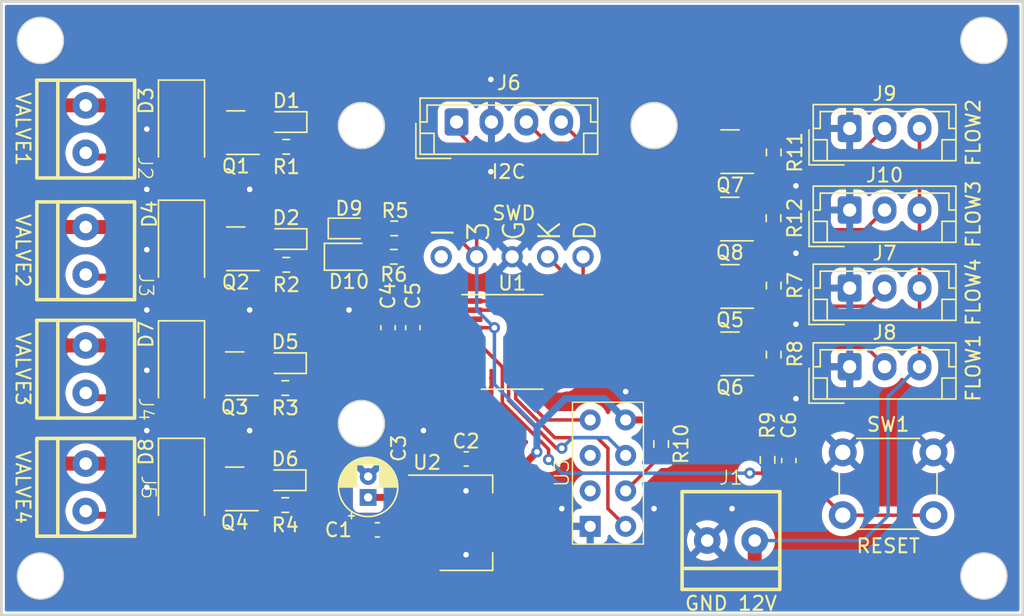
<source format=kicad_pcb>
(kicad_pcb (version 20221018) (generator pcbnew)
  (title_block (title "AutoIrrigator") (date "2025-04-06") (rev "1"))
  (layers (0 "F.Cu" signal) (31 "B.Cu" signal) (34 "B.Paste" user) (35 "F.Paste" user) (36 "B.SilkS" user "B.Silkscreen") (37 "F.SilkS" user "F.Silkscreen") (38 "B.Mask" user) (39 "F.Mask" user) (44 "Edge.Cuts" user))
  (net 0 "")
  (net 1 "+3V3")
  (net 2 "GND")
  (net 3 "STMNRST")
  (net 4 "Net-(D1-A)")
  (net 5 "+12V")
  (net 6 "Net-(D2-A)")
  (net 7 "Net-(D3-A)")
  (net 8 "Net-(D4-A)")
  (net 9 "Net-(D5-A)")
  (net 10 "SDA")
  (net 11 "SCL")
  (net 13 "SWCLK")
  (net 14 "SWDIO")
  (net 15 "STATUS")
  (net 16 "VALVE1")
  (net 17 "VALVE2")
  (net 18 "VALVE3")
  (net 19 "VALVE4")
  (net 20 "ESPTX")
  (net 21 "ESPNRST")
  (net 22 "FLOW1")
  (net 24 "FLOW4")
  (net 25 "FLOW3")
  (net 26 "FLOW2")
  (net 27 "ESPRX")
  (net 28 "Net-(J7-Pin_2)")
  (net 29 "Net-(J8-Pin_2)")
  (net 30 "Net-(J9-Pin_2)")
  (net 31 "Net-(J10-Pin_2)")
  (net 32 "Net-(D6-A)")
  (net 33 "Net-(D7-A)")
  (net 34 "Net-(D8-A)")
  (net 35 "Net-(D9-A)")
  (net 36 "Net-(D10-A)")
  (net 37 "Net-(U3-EN)")
  (footprint "Connector_JST:JST_EH_B3B-EH-A_1x03_P2.50mm_Vertical" (layer "F.Cu") (at 193.588 78.694)
    (fp_text reference "J7" (at 2.5 -2.494) (layer "F.SilkS"))
    (fp_text value "FLOW4" (at 8.85 0.3 90) (layer "F.SilkS"))
    (pad "1" thru_hole roundrect (at 0 0) (size 1.7 1.95) (drill 0.95) (layers "*.Cu" "*.Mask") (roundrect_rratio 0.1470588235) (net 2 "GND"))
    (pad "2" thru_hole oval (at 2.5 0) (size 1.7 1.95) (drill 0.95) (layers "*.Cu" "*.Mask") (net 28 "Net-(J7-Pin_2)"))
    (pad "3" thru_hole oval (at 5 0) (size 1.7 1.95) (drill 0.95) (layers "*.Cu" "*.Mask") (net 5 "+12V"))
  )
  (footprint "Diode_SMD:D_SMA" (layer "F.Cu") (at 145.7385 75.914 -90)
    (fp_text reference "D4" (at -2.508 2.286 90) (layer "F.SilkS"))
    (fp_text value "D" hide)
    (pad "1" smd roundrect (at -2 0 270) (size 2.5 1.8) (layers "F.Cu" "F.Paste" "F.Mask") (roundrect_rratio 0.1388888889) (net 5 "+12V"))
    (pad "2" smd roundrect (at 2 0 270) (size 2.5 1.8) (layers "F.Cu" "F.Paste" "F.Mask") (roundrect_rratio 0.1388888889) (net 8 "Net-(D4-A)"))
  )
  (footprint "power_symbols:screw_2p_small" (layer "F.Cu") (at 142.8805 67.31 -90)
    (fp_text reference "J2" (at 2.794 -0.254 -90 unlocked) (layer "F.SilkS") (effects (font (thickness 0.1))))
    (fp_text value "VALVE1" (at 0 8.5 -90 unlocked) (layer "F.SilkS"))
    (pad "1" thru_hole circle (at -1.7 4 270) (size 1.905 1.905) (drill 0.9) (layers "*.Cu" "*.Mask") (net 5 "+12V"))
    (pad "2" thru_hole circle (at 1.7 4 270) (size 1.905 1.905) (drill 0.9) (layers "*.Cu" "*.Mask") (net 7 "Net-(D3-A)"))
  )
  (footprint "power_symbols:stm_headers" (layer "F.Cu") (at 164.338 76.454 90)
    (fp_text reference "P1" hide)
    (fp_text value "~" hide)
    (fp_text user "G" (at 1.016 6.096 90 unlocked) (layer "F.SilkS") (effects (font (size 1.5 1.5) (thickness 0.153)) (justify left bottom)))
    (fp_text user "D" (at 1.016 11.176 90 unlocked) (layer "F.SilkS") (effects (font (size 1.5 1.5) (thickness 0.153)) (justify left bottom)))
    (fp_text user "K" (at 1.016 8.636 90 unlocked) (layer "F.SilkS") (effects (font (size 1.5 1.5) (thickness 0.153) bold) (justify left bottom)))
    (fp_text user "I" (at 1.27 1.016 90 unlocked) (layer "F.SilkS") (effects (font (size 1.5 1.5) (thickness 0.153)) (justify left bottom)))
    (fp_text user "3" (at 1.016 3.556 90 unlocked) (layer "F.SilkS") (effects (font (size 1.5 1.5) (thickness 0.153)) (justify left bottom)))
    (pad "1" thru_hole circle (at 0 0 90) (size 1.524 1.524) (drill 0.95) (layers "*.Cu" "*.Mask"))
    (pad "2" thru_hole circle (at 0 2.54 90) (size 1.524 1.524) (drill 0.95) (layers "*.Cu" "*.Mask") (net 1 "+3V3"))
    (pad "3" thru_hole circle (at 0 5.08 90) (size 1.524 1.524) (drill 0.95) (layers "*.Cu" "*.Mask") (net 2 "GND"))
    (pad "4" thru_hole circle (at 0 7.62 90) (size 1.524 1.524) (drill 0.95) (layers "*.Cu" "*.Mask") (net 13 "SWCLK"))
    (pad "5" thru_hole circle (at 0 10.16 90) (size 1.524 1.524) (drill 0.95) (layers "*.Cu" "*.Mask") (net 14 "SWDIO"))
  )
  (footprint "Connector_JST:JST_EH_B3B-EH-A_1x03_P2.50mm_Vertical" (layer "F.Cu") (at 193.588 84.328)
    (fp_text reference "J8" (at 2.5 -2.448) (layer "F.SilkS"))
    (fp_text value "FLOW1" (at 8.85 0.092 90) (layer "F.SilkS"))
    (pad "1" thru_hole roundrect (at 0 0) (size 1.7 1.95) (drill 0.95) (layers "*.Cu" "*.Mask") (roundrect_rratio 0.1470588235) (net 2 "GND"))
    (pad "2" thru_hole oval (at 2.5 0) (size 1.7 1.95) (drill 0.95) (layers "*.Cu" "*.Mask") (net 29 "Net-(J8-Pin_2)"))
    (pad "3" thru_hole oval (at 5 0) (size 1.7 1.95) (drill 0.95) (layers "*.Cu" "*.Mask") (net 5 "+12V"))
  )
  (footprint "Capacitor_SMD:C_0603_1608Metric" (layer "F.Cu") (at 189.23 91.045 90)
    (fp_text reference "C6" (at 2.527 0 90) (layer "F.SilkS"))
    (fp_text value "100nF" hide)
    (pad "1" smd roundrect (at -0.775 0 90) (size 0.9 0.95) (layers "F.Cu" "F.Paste" "F.Mask") (net 3 "STMNRST"))
    (pad "2" smd roundrect (at 0.775 0 90) (size 0.9 0.95) (layers "F.Cu" "F.Paste" "F.Mask") (net 2 "GND"))
  )
  (footprint "power_symbols:screw_2p_small" (layer "F.Cu") (at 142.8805 84.504 -90)
    (fp_text reference "J4" (at 2.872 -0.318 -90 unlocked) (layer "F.SilkS") (effects (font (thickness 0.1))))
    (fp_text value "VALVE3" (at 0 8.5 -90 unlocked) (layer "F.SilkS"))
    (pad "1" thru_hole circle (at -1.7 4 270) (size 1.905 1.905) (drill 0.9) (layers "*.Cu" "*.Mask") (net 5 "+12V"))
    (pad "2" thru_hole circle (at 1.7 4 270) (size 1.905 1.905) (drill 0.9) (layers "*.Cu" "*.Mask") (net 33 "Net-(D7-A)"))
  )
  (footprint "Resistor_SMD:R_0603_1608Metric" (layer "F.Cu") (at 153.246 77.028 180)
    (fp_text reference "R2" (at 0 -1.43) (layer "F.SilkS"))
    (fp_text value "1K" hide)
    (pad "1" smd roundrect (at -0.825 0 180) (size 0.8 0.95) (layers "F.Cu" "F.Paste" "F.Mask") (net 17 "VALVE2"))
    (pad "2" smd roundrect (at 0.825 0 180) (size 0.8 0.95) (layers "F.Cu" "F.Paste" "F.Mask") (net 6 "Net-(D2-A)"))
  )
  (footprint "Connector_JST:JST_EH_B4B-EH-A_1x04_P2.50mm_Vertical" (layer "F.Cu") (at 165.434 66.802)
    (fp_text reference "J6" (at 3.75 -2.8) (layer "F.SilkS"))
    (fp_text value "I2C1" hide)
    (fp_text user "I2C" (at 3.73 3.556) (layer "F.SilkS"))
    (pad "1" thru_hole roundrect (at 0 0) (size 1.7 1.95) (drill 0.95) (layers "*.Cu" "*.Mask") (roundrect_rratio 0.1470588235) (net 1 "+3V3"))
    (pad "2" thru_hole oval (at 2.5 0) (size 1.7 1.95) (drill 0.95) (layers "*.Cu" "*.Mask") (net 2 "GND"))
    (pad "3" thru_hole oval (at 5 0) (size 1.7 1.95) (drill 0.95) (layers "*.Cu" "*.Mask") (net 10 "SDA"))
    (pad "4" thru_hole oval (at 7.5 0) (size 1.7 1.95) (drill 0.95) (layers "*.Cu" "*.Mask") (net 11 "SCL"))
  )
  (footprint "LED_SMD:LED_0603_1608Metric" (layer "F.Cu") (at 153.162 92.456 180)
    (fp_text reference "D6" (at 0 1.524) (layer "F.SilkS"))
    (fp_text value "LED" hide)
    (pad "1" smd roundrect (at -0.7875 0 180) (size 0.875 0.95) (layers "F.Cu" "F.Paste" "F.Mask") (net 2 "GND"))
    (pad "2" smd roundrect (at 0.7875 0 180) (size 0.875 0.95) (layers "F.Cu" "F.Paste" "F.Mask") (net 32 "Net-(D6-A)"))
  )
  (footprint "Resistor_SMD:R_0603_1608Metric" (layer "F.Cu") (at 153.17 85.852 180)
    (fp_text reference "R3" (at 0 -1.43) (layer "F.SilkS"))
    (fp_text value "1K" hide)
    (pad "1" smd roundrect (at -0.825 0 180) (size 0.8 0.95) (layers "F.Cu" "F.Paste" "F.Mask") (net 18 "VALVE3"))
    (pad "2" smd roundrect (at 0.825 0 180) (size 0.8 0.95) (layers "F.Cu" "F.Paste" "F.Mask") (net 9 "Net-(D5-A)"))
  )
  (footprint "Package_TO_SOT_SMD:SOT-23" (layer "F.Cu") (at 149.627 67.564 180)
    (fp_text reference "Q1" (at 0 -2.4) (layer "F.SilkS"))
    (fp_text value "AO3400A" hide)
    (pad "1" smd roundrect (at -0.9375 -0.95 180) (size 1.475 0.6) (layers "F.Cu" "F.Paste" "F.Mask") (net 4 "Net-(D1-A)"))
    (pad "2" smd roundrect (at -0.9375 0.95 180) (size 1.475 0.6) (layers "F.Cu" "F.Paste" "F.Mask") (net 2 "GND"))
    (pad "3" smd roundrect (at 0.9375 0 180) (size 1.475 0.6) (layers "F.Cu" "F.Paste" "F.Mask") (net 7 "Net-(D3-A)"))
  )
  (footprint "power_symbols:screw_2p_small" (layer "F.Cu") (at 185.088 92.774)
    (fp_text reference "J1" (at 0 -0.5 unlocked) (layer "F.SilkS") (effects (font (thickness 0.1))))
    (fp_text value "GND 12V" (at 0 8.5 unlocked) (layer "F.SilkS"))
    (pad "1" thru_hole circle (at -1.7 4) (size 1.905 1.905) (drill 0.9) (layers "*.Cu" "*.Mask") (net 2 "GND"))
    (pad "2" thru_hole circle (at 1.7 4) (size 1.905 1.905) (drill 0.9) (layers "*.Cu" "*.Mask") (net 5 "+12V"))
  )
  (footprint "Package_SO:TSSOP-20_4.4x6.5mm_P0.65mm" (layer "F.Cu") (at 169.418 82.55)
    (fp_text reference "U1" (at 0 -4.2) (layer "F.SilkS"))
    (fp_text value "STM32G030F6Px" hide)
    (pad "1" smd roundrect (at -2.8625 -2.925) (size 1.475 0.4) (layers "F.Cu" "F.Paste" "F.Mask") (net 20 "ESPTX"))
    (pad "2" smd roundrect (at -2.8625 -2.275) (size 1.475 0.4) (layers "F.Cu" "F.Paste" "F.Mask") (net 21 "ESPNRST"))
    (pad "3" smd roundrect (at -2.8625 -1.625) (size 1.475 0.4) (layers "F.Cu" "F.Paste" "F.Mask") (net 15 "STATUS"))
    (pad "4" smd roundrect (at -2.8625 -0.975) (size 1.475 0.4) (layers "F.Cu" "F.Paste" "F.Mask") (net 1 "+3V3"))
    (pad "5" smd roundrect (at -2.8625 -0.325) (size 1.475 0.4) (layers "F.Cu" "F.Paste" "F.Mask") (net 2 "GND"))
    (pad "6" smd roundrect (at -2.8625 0.325) (size 1.475 0.4) (layers "F.Cu" "F.Paste" "F.Mask") (net 3 "STMNRST"))
    (pad "7" smd roundrect (at -2.8625 0.975) (size 1.475 0.4) (layers "F.Cu" "F.Paste" "F.Mask") (net 16 "VALVE1"))
    (pad "8" smd roundrect (at -2.8625 1.625) (size 1.475 0.4) (layers "F.Cu" "F.Paste" "F.Mask") (net 17 "VALVE2"))
    (pad "9" smd roundrect (at -2.8625 2.275) (size 1.475 0.4) (layers "F.Cu" "F.Paste" "F.Mask") (net 18 "VALVE3"))
    (pad "10" smd roundrect (at -2.8625 2.925) (size 1.475 0.4) (layers "F.Cu" "F.Paste" "F.Mask") (net 19 "VALVE4"))
    (pad "11" smd roundrect (at 2.8625 2.925) (size 1.475 0.4) (layers "F.Cu" "F.Paste" "F.Mask") (net 22 "FLOW1"))
    (pad "12" smd roundrect (at 2.8625 2.275) (size 1.475 0.4) (layers "F.Cu" "F.Paste" "F.Mask"))
    (pad "13" smd roundrect (at 2.8625 1.625) (size 1.475 0.4) (layers "F.Cu" "F.Paste" "F.Mask") (net 24 "FLOW4"))
    (pad "14" smd roundrect (at 2.8625 0.975) (size 1.475 0.4) (layers "F.Cu" "F.Paste" "F.Mask") (net 25 "FLOW3"))
    (pad "15" smd roundrect (at 2.8625 0.325) (size 1.475 0.4) (layers "F.Cu" "F.Paste" "F.Mask") (net 26 "FLOW2"))
    (pad "16" smd roundrect (at 2.8625 -0.325) (size 1.475 0.4) (layers "F.Cu" "F.Paste" "F.Mask") (net 11 "SCL"))
    (pad "17" smd roundrect (at 2.8625 -0.975) (size 1.475 0.4) (layers "F.Cu" "F.Paste" "F.Mask") (net 10 "SDA"))
    (pad "18" smd roundrect (at 2.8625 -1.625) (size 1.475 0.4) (layers "F.Cu" "F.Paste" "F.Mask") (net 14 "SWDIO"))
    (pad "19" smd roundrect (at 2.8625 -2.275) (size 1.475 0.4) (layers "F.Cu" "F.Paste" "F.Mask") (net 13 "SWCLK"))
    (pad "20" smd roundrect (at 2.8625 -2.925) (size 1.475 0.4) (layers "F.Cu" "F.Paste" "F.Mask") (net 27 "ESPRX"))
  )
  (footprint "Diode_SMD:D_SMA" (layer "F.Cu") (at 145.7385 67.31 -90)
    (fp_text reference "D3" (at -2.032 2.54 90) (layer "F.SilkS"))
    (fp_text value "D" hide)
    (pad "1" smd roundrect (at -2 0 270) (size 2.5 1.8) (layers "F.Cu" "F.Paste" "F.Mask") (roundrect_rratio 0.1388888889) (net 5 "+12V"))
    (pad "2" smd roundrect (at 2 0 270) (size 2.5 1.8) (layers "F.Cu" "F.Paste" "F.Mask") (roundrect_rratio 0.1388888889) (net 7 "Net-(D3-A)"))
  )
  (footprint "Resistor_SMD:R_0603_1608Metric" (layer "F.Cu") (at 153.246 68.58 180)
    (fp_text reference "R1" (at 0 -1.43) (layer "F.SilkS"))
    (fp_text value "1K" hide)
    (pad "1" smd roundrect (at -0.825 0 180) (size 0.8 0.95) (layers "F.Cu" "F.Paste" "F.Mask") (net 16 "VALVE1"))
    (pad "2" smd roundrect (at 0.825 0 180) (size 0.8 0.95) (layers "F.Cu" "F.Paste" "F.Mask") (net 4 "Net-(D1-A)"))
  )
  (footprint "Connector_JST:JST_EH_B3B-EH-A_1x03_P2.50mm_Vertical" (layer "F.Cu") (at 193.588 67.264)
    (fp_text reference "J9" (at 2.5 -2.494) (layer "F.SilkS"))
    (fp_text value "FLOW2" (at 8.85 0.3 -90) (layer "F.SilkS"))
    (pad "1" thru_hole roundrect (at 0 0) (size 1.7 1.95) (drill 0.95) (layers "*.Cu" "*.Mask") (roundrect_rratio 0.1470588235) (net 2 "GND"))
    (pad "2" thru_hole oval (at 2.5 0) (size 1.7 1.95) (drill 0.95) (layers "*.Cu" "*.Mask") (net 30 "Net-(J9-Pin_2)"))
    (pad "3" thru_hole oval (at 5 0) (size 1.7 1.95) (drill 0.95) (layers "*.Cu" "*.Mask") (net 5 "+12V"))
  )
  (footprint "Resistor_SMD:R_0603_1608Metric" (layer "F.Cu") (at 188.1325 73.689 90)
    (fp_text reference "R12" (at 0 1.524 90) (layer "F.SilkS"))
    (fp_text value "10K" hide)
    (pad "1" smd roundrect (at -0.825 0 90) (size 0.8 0.95) (layers "F.Cu" "F.Paste" "F.Mask") (net 31 "Net-(J10-Pin_2)"))
    (pad "2" smd roundrect (at 0.825 0 90) (size 0.8 0.95) (layers "F.Cu" "F.Paste" "F.Mask") (net 2 "GND"))
  )
  (footprint "power_symbols:screw_2p_small" (layer "F.Cu") (at 142.8805 92.964 -90)
    (fp_text reference "J5" (at 0 -0.5 -90 unlocked) (layer "F.SilkS") (effects (font (thickness 0.1))))
    (fp_text value "VALVE4" (at 0 8.5 -90 unlocked) (layer "F.SilkS"))
    (pad "1" thru_hole circle (at -1.7 4 270) (size 1.905 1.905) (drill 0.9) (layers "*.Cu" "*.Mask") (net 5 "+12V"))
    (pad "2" thru_hole circle (at 1.7 4 270) (size 1.905 1.905) (drill 0.9) (layers "*.Cu" "*.Mask") (net 34 "Net-(D8-A)"))
  )
  (footprint "Diode_SMD:D_SMA" (layer "F.Cu") (at 145.7385 92.964 -90)
    (fp_text reference "D8" (at -2.54 2.54 90) (layer "F.SilkS"))
    (fp_text value "D" hide)
    (pad "1" smd roundrect (at -2 0 270) (size 2.5 1.8) (layers "F.Cu" "F.Paste" "F.Mask") (roundrect_rratio 0.1388888889) (net 5 "+12V"))
    (pad "2" smd roundrect (at 2 0 270) (size 2.5 1.8) (layers "F.Cu" "F.Paste" "F.Mask") (roundrect_rratio 0.1388888889) (net 34 "Net-(D8-A)"))
  )
  (footprint "Resistor_SMD:R_0603_1608Metric" (layer "F.Cu") (at 188.148 68.979 90)
    (fp_text reference "R11" (at 0 1.524 90) (layer "F.SilkS"))
    (fp_text value "10K" hide)
    (pad "1" smd roundrect (at -0.825 0 90) (size 0.8 0.95) (layers "F.Cu" "F.Paste" "F.Mask") (net 30 "Net-(J9-Pin_2)"))
    (pad "2" smd roundrect (at 0.825 0 90) (size 0.8 0.95) (layers "F.Cu" "F.Paste" "F.Mask") (net 2 "GND"))
  )
  (footprint "Package_TO_SOT_SMD:SOT-23" (layer "F.Cu") (at 185.006 73.752 180)
    (fp_text reference "Q8" (at 0 -2.4) (layer "F.SilkS"))
    (fp_text value "AO3400A" hide)
    (pad "1" smd roundrect (at -0.9375 -0.95 180) (size 1.475 0.6) (layers "F.Cu" "F.Paste" "F.Mask") (net 31 "Net-(J10-Pin_2)"))
    (pad "2" smd roundrect (at -0.9375 0.95 180) (size 1.475 0.6) (layers "F.Cu" "F.Paste" "F.Mask") (net 2 "GND"))
    (pad "3" smd roundrect (at 0.9375 0 180) (size 1.475 0.6) (layers "F.Cu" "F.Paste" "F.Mask") (net 25 "FLOW3"))
  )
  (footprint "Resistor_SMD:R_0603_1608Metric" (layer "F.Cu") (at 180.086 89.853 -90)
    (fp_text reference "R10" (at 0 -1.43 90) (layer "F.SilkS"))
    (fp_text value "4K7" hide)
    (pad "1" smd roundrect (at -0.825 0 270) (size 0.8 0.95) (layers "F.Cu" "F.Paste" "F.Mask") (net 1 "+3V3"))
    (pad "2" smd roundrect (at 0.825 0 270) (size 0.8 0.95) (layers "F.Cu" "F.Paste" "F.Mask") (net 37 "Net-(U3-EN)"))
  )
  (footprint "Resistor_SMD:R_0603_1608Metric" (layer "F.Cu") (at 160.942 76.454 180)
    (fp_text reference "R6" (at 0 -1.27) (layer "F.SilkS"))
    (fp_text value "1K" hide)
    (pad "1" smd roundrect (at -0.825 0 180) (size 0.8 0.95) (layers "F.Cu" "F.Paste" "F.Mask") (net 15 "STATUS"))
    (pad "2" smd roundrect (at 0.825 0 180) (size 0.8 0.95) (layers "F.Cu" "F.Paste" "F.Mask") (net 36 "Net-(D10-A)"))
  )
  (footprint "LED_SMD:LED_0603_1608Metric" (layer "F.Cu") (at 157.734 74.422)
    (fp_text reference "D9" (at 0 -1.43) (layer "F.SilkS"))
    (fp_text value "LED" hide)
    (pad "1" smd roundrect (at -0.7875 0) (size 0.875 0.95) (layers "F.Cu" "F.Paste" "F.Mask") (net 2 "GND"))
    (pad "2" smd roundrect (at 0.7875 0) (size 0.875 0.95) (layers "F.Cu" "F.Paste" "F.Mask") (net 35 "Net-(D9-A)"))
  )
  (footprint "Package_TO_SOT_SMD:SOT-23" (layer "F.Cu") (at 185.0215 78.578 180)
    (fp_text reference "Q5" (at 0 -2.4) (layer "F.SilkS"))
    (fp_text value "AO3400A" hide)
    (pad "1" smd roundrect (at -0.9375 -0.95 180) (size 1.475 0.6) (layers "F.Cu" "F.Paste" "F.Mask") (net 28 "Net-(J7-Pin_2)"))
    (pad "2" smd roundrect (at -0.9375 0.95 180) (size 1.475 0.6) (layers "F.Cu" "F.Paste" "F.Mask") (net 2 "GND"))
    (pad "3" smd roundrect (at 0.9375 0 180) (size 1.475 0.6) (layers "F.Cu" "F.Paste" "F.Mask") (net 24 "FLOW4"))
  )
  (footprint "LED_SMD:LED_0805_2012Metric" (layer "F.Cu") (at 157.6555 76.454)
    (fp_text reference "D10" (at 0.0785 1.778) (layer "F.SilkS"))
    (fp_text value "LED" hide)
    (pad "1" smd roundrect (at -0.9375 0) (size 0.975 1.4) (layers "F.Cu" "F.Paste" "F.Mask") (net 2 "GND"))
    (pad "2" smd roundrect (at 0.9375 0) (size 0.975 1.4) (layers "F.Cu" "F.Paste" "F.Mask") (net 36 "Net-(D10-A)"))
  )
  (footprint "Capacitor_SMD:C_0603_1608Metric" (layer "F.Cu") (at 162.306 81.534 -90)
    (fp_text reference "C5" (at -2.286 0 90) (layer "F.SilkS"))
    (fp_text value "4.7uF" hide)
    (pad "1" smd roundrect (at -0.775 0 270) (size 0.9 0.95) (layers "F.Cu" "F.Paste" "F.Mask") (net 1 "+3V3"))
    (pad "2" smd roundrect (at 0.775 0 270) (size 0.9 0.95) (layers "F.Cu" "F.Paste" "F.Mask") (net 2 "GND"))
  )
  (footprint "LED_SMD:LED_0603_1608Metric" (layer "F.Cu") (at 153.23 75.184 180)
    (fp_text reference "D2" (at 0 1.524) (layer "F.SilkS"))
    (fp_text value "LED" hide)
    (pad "1" smd roundrect (at -0.7875 0 180) (size 0.875 0.95) (layers "F.Cu" "F.Paste" "F.Mask") (net 2 "GND"))
    (pad "2" smd roundrect (at 0.7875 0 180) (size 0.875 0.95) (layers "F.Cu" "F.Paste" "F.Mask") (net 6 "Net-(D2-A)"))
  )
  (footprint "Button_Switch_THT:SW_PUSH_6mm" (layer "F.Cu") (at 193.092 90.46)
    (fp_text reference "SW1" (at 3.25 -2) (layer "F.SilkS"))
    (fp_text value "RESET" (at 3.25 6.7) (layer "F.SilkS"))
    (pad "1" thru_hole circle (at 0 0 90) (size 2 2) (drill 1.1) (layers "*.Cu" "*.Mask") (net 2 "GND"))
    (pad "1" thru_hole circle (at 6.5 0 90) (size 2 2) (drill 1.1) (layers "*.Cu" "*.Mask") (net 2 "GND"))
    (pad "2" thru_hole circle (at 0 4.5 90) (size 2 2) (drill 1.1) (layers "*.Cu" "*.Mask") (net 3 "STMNRST"))
    (pad "2" thru_hole circle (at 6.5 4.5 90) (size 2 2) (drill 1.1) (layers "*.Cu" "*.Mask") (net 3 "STMNRST"))
  )
  (footprint "Resistor_SMD:R_0603_1608Metric" (layer "F.Cu") (at 160.973 74.422 180)
    (fp_text reference "R5" (at -0.063 1.27) (layer "F.SilkS"))
    (fp_text value "1K" hide)
    (pad "1" smd roundrect (at -0.825 0 180) (size 0.8 0.95) (layers "F.Cu" "F.Paste" "F.Mask") (net 1 "+3V3"))
    (pad "2" smd roundrect (at 0.825 0 180) (size 0.8 0.95) (layers "F.Cu" "F.Paste" "F.Mask") (net 35 "Net-(D9-A)"))
  )
  (footprint "Resistor_SMD:R_0603_1608Metric" (layer "F.Cu") (at 188.148 83.467 90)
    (fp_text reference "R8" (at 0.063 1.524 90) (layer "F.SilkS"))
    (fp_text value "10K" hide)
    (pad "1" smd roundrect (at -0.825 0 90) (size 0.8 0.95) (layers "F.Cu" "F.Paste" "F.Mask") (net 29 "Net-(J8-Pin_2)"))
    (pad "2" smd roundrect (at 0.825 0 90) (size 0.8 0.95) (layers "F.Cu" "F.Paste" "F.Mask") (net 2 "GND"))
  )
  (footprint "Resistor_SMD:R_0603_1608Metric" (layer "F.Cu") (at 188.148 78.515 90)
    (fp_text reference "R7" (at 0 1.524 90) (layer "F.SilkS"))
    (fp_text value "10K" hide)
    (pad "1" smd roundrect (at -0.825 0 90) (size 0.8 0.95) (layers "F.Cu" "F.Paste" "F.Mask") (net 28 "Net-(J7-Pin_2)"))
    (pad "2" smd roundrect (at 0.825 0 90) (size 0.8 0.95) (layers "F.Cu" "F.Paste" "F.Mask") (net 2 "GND"))
  )
  (footprint "Package_TO_SOT_SMD:SOT-23" (layer "F.Cu") (at 149.551 84.826 180)
    (fp_text reference "Q3" (at 0 -2.4) (layer "F.SilkS"))
    (fp_text value "AO3400A" hide)
    (pad "1" smd roundrect (at -0.9375 -0.95 180) (size 1.475 0.6) (layers "F.Cu" "F.Paste" "F.Mask") (net 9 "Net-(D5-A)"))
    (pad "2" smd roundrect (at -0.9375 0.95 180) (size 1.475 0.6) (layers "F.Cu" "F.Paste" "F.Mask") (net 2 "GND"))
    (pad "3" smd roundrect (at 0.9375 0 180) (size 1.475 0.6) (layers "F.Cu" "F.Paste" "F.Mask") (net 33 "Net-(D7-A)"))
  )
  (footprint "Capacitor_SMD:C_0603_1608Metric" (layer "F.Cu") (at 159.766 96.012 180)
    (fp_text reference "C1" (at 2.794 0) (layer "F.SilkS"))
    (fp_text value "10uF" hide)
    (pad "1" smd roundrect (at -0.775 0 180) (size 0.9 0.95) (layers "F.Cu" "F.Paste" "F.Mask") (net 5 "+12V"))
    (pad "2" smd roundrect (at 0.775 0 180) (size 0.9 0.95) (layers "F.Cu" "F.Paste" "F.Mask") (net 2 "GND"))
  )
  (footprint "Diode_SMD:D_SMA" (layer "F.Cu") (at 145.7385 84.55 -90)
    (fp_text reference "D7" (at -2.54 2.54 90) (layer "F.SilkS"))
    (fp_text value "D" hide)
    (pad "1" smd roundrect (at -2 0 270) (size 2.5 1.8) (layers "F.Cu" "F.Paste" "F.Mask") (roundrect_rratio 0.1388888889) (net 5 "+12V"))
    (pad "2" smd roundrect (at 2 0 270) (size 2.5 1.8) (layers "F.Cu" "F.Paste" "F.Mask") (roundrect_rratio 0.1388888889) (net 33 "Net-(D7-A)"))
  )
  (footprint "power_symbols:screw_2p_small" (layer "F.Cu") (at 142.8805 76.024 -90)
    (fp_text reference "J3" (at 2.462 -0.318 -90 unlocked) (layer "F.SilkS") (effects (font (thickness 0.1))))
    (fp_text value "VALVE2" (at 0 8.5 -90 unlocked) (layer "F.SilkS"))
    (pad "1" thru_hole circle (at -1.7 4 270) (size 1.905 1.905) (drill 0.9) (layers "*.Cu" "*.Mask") (net 5 "+12V"))
    (pad "2" thru_hole circle (at 1.7 4 270) (size 1.905 1.905) (drill 0.9) (layers "*.Cu" "*.Mask") (net 8 "Net-(D4-A)"))
  )
  (footprint "Package_TO_SOT_SMD:SOT-23" (layer "F.Cu") (at 185.0215 83.404 180)
    (fp_text reference "Q6" (at 0 -2.4) (layer "F.SilkS"))
    (fp_text value "AO3400A" hide)
    (pad "1" smd roundrect (at -0.9375 -0.95 180) (size 1.475 0.6) (layers "F.Cu" "F.Paste" "F.Mask") (net 29 "Net-(J8-Pin_2)"))
    (pad "2" smd roundrect (at -0.9375 0.95 180) (size 1.475 0.6) (layers "F.Cu" "F.Paste" "F.Mask") (net 2 "GND"))
    (pad "3" smd roundrect (at 0.9375 0 180) (size 1.475 0.6) (layers "F.Cu" "F.Paste" "F.Mask") (net 22 "FLOW1"))
  )
  (footprint "LED_SMD:LED_0603_1608Metric" (layer "F.Cu") (at 153.1875 84.074 180)
    (fp_text reference "D5" (at 0.0255 1.524) (layer "F.SilkS"))
    (fp_text value "LED" hide)
    (pad "1" smd roundrect (at -0.7875 0 180) (size 0.875 0.95) (layers "F.Cu" "F.Paste" "F.Mask") (net 2 "GND"))
    (pad "2" smd roundrect (at 0.7875 0 180) (size 0.875 0.95) (layers "F.Cu" "F.Paste" "F.Mask") (net 9 "Net-(D5-A)"))
  )
  (footprint "power_symbols:esp-01s" (layer "F.Cu") (at 173.736 91.948 90)
    (fp_text reference "U3" (at 0 -0.762 90 unlocked) (layer "F.SilkS") (effects (font (thickness 0.1))))
    (fp_text value "ESP8266-01_ESP-01" hide)
    (pad "1" thru_hole rect (at -3.81 1.27 90) (size 1.5 1.5) (drill 0.8) (layers "*.Cu" "*.Mask") (net 2 "GND"))
    (pad "2" thru_hole circle (at -1.27 1.27 90) (size 1.5 1.5) (drill 0.8) (layers "*.Cu" "*.Mask"))
    (pad "3" thru_hole circle (at 1.27 1.27 90) (size 1.5 1.5) (drill 0.8) (layers "*.Cu" "*.Mask"))
    (pad "4" thru_hole circle (at 3.81 1.27 90) (size 1.5 1.5) (drill 0.8) (layers "*.Cu" "*.Mask") (net 27 "ESPRX"))
    (pad "5" thru_hole circle (at -3.81 3.81 90) (size 1.5 1.5) (drill 0.8) (layers "*.Cu" "*.Mask") (net 20 "ESPTX"))
    (pad "6" thru_hole circle (at -1.27 3.81 90) (size 1.5 1.5) (drill 0.8) (layers "*.Cu" "*.Mask") (net 37 "Net-(U3-EN)"))
    (pad "7" thru_hole circle (at 1.27 3.81 90) (size 1.5 1.5) (drill 0.8) (layers "*.Cu" "*.Mask") (net 21 "ESPNRST"))
    (pad "8" thru_hole circle (at 3.81 3.81 90) (size 1.5 1.5) (drill 0.8) (layers "*.Cu" "*.Mask") (net 1 "+3V3"))
  )
  (footprint "Capacitor_SMD:C_0603_1608Metric" (layer "F.Cu") (at 166.129 90.932 180)
    (fp_text reference "C2" (at 0.013 1.27) (layer "F.SilkS"))
    (fp_text value "10uF" hide)
    (pad "1" smd roundrect (at -0.775 0 180) (size 0.9 0.95) (layers "F.Cu" "F.Paste" "F.Mask") (net 1 "+3V3"))
    (pad "2" smd roundrect (at 0.775 0 180) (size 0.9 0.95) (layers "F.Cu" "F.Paste" "F.Mask") (net 2 "GND"))
  )
  (footprint "Resistor_SMD:R_0603_1608Metric" (layer "F.Cu") (at 187.706 90.995 -90)
    (fp_text reference "R9" (at -2.477 0 90) (layer "F.SilkS"))
    (fp_text value "10K" hide)
    (pad "1" smd roundrect (at -0.825 0 270) (size 0.8 0.95) (layers "F.Cu" "F.Paste" "F.Mask") (net 1 "+3V3"))
    (pad "2" smd roundrect (at 0.825 0 270) (size 0.8 0.95) (layers "F.Cu" "F.Paste" "F.Mask") (net 3 "STMNRST"))
  )
  (footprint "Package_TO_SOT_SMD:SOT-23" (layer "F.Cu") (at 185.0215 68.926 180)
    (fp_text reference "Q7" (at 0 -2.4) (layer "F.SilkS"))
    (fp_text value "AO3400A" hide)
    (pad "1" smd roundrect (at -0.9375 -0.95 180) (size 1.475 0.6) (layers "F.Cu" "F.Paste" "F.Mask") (net 30 "Net-(J9-Pin_2)"))
    (pad "2" smd roundrect (at -0.9375 0.95 180) (size 1.475 0.6) (layers "F.Cu" "F.Paste" "F.Mask") (net 2 "GND"))
    (pad "3" smd roundrect (at 0.9375 0 180) (size 1.475 0.6) (layers "F.Cu" "F.Paste" "F.Mask") (net 26 "FLOW2"))
  )
  (footprint "Package_TO_SOT_SMD:SOT-223-3_TabPin2" (layer "F.Cu") (at 166.116 95.504)
    (fp_text reference "U2" (at -2.794 -4.318) (layer "F.SilkS"))
    (fp_text value "AMS1117-3.3" hide)
    (pad "1" smd rect (at -3.15 -2.3) (size 2 1.5) (layers "F.Cu" "F.Paste" "F.Mask") (net 2 "GND"))
    (pad "2" smd rect (at -3.15 0) (size 2 1.5) (layers "F.Cu" "F.Paste" "F.Mask") (net 1 "+3V3"))
    (pad "2" smd rect (at 3.15 0) (size 2 3.8) (layers "F.Cu" "F.Paste" "F.Mask") (net 1 "+3V3"))
    (pad "3" smd rect (at -3.15 2.3) (size 2 1.5) (layers "F.Cu" "F.Paste" "F.Mask") (net 5 "+12V"))
  )
  (footprint "Package_TO_SOT_SMD:SOT-23" (layer "F.Cu") (at 149.627 75.88 180)
    (fp_text reference "Q2" (at 0 -2.4) (layer "F.SilkS"))
    (fp_text value "AO3400A" hide)
    (pad "1" smd roundrect (at -0.9375 -0.95 180) (size 1.475 0.6) (layers "F.Cu" "F.Paste" "F.Mask") (net 6 "Net-(D2-A)"))
    (pad "2" smd roundrect (at -0.9375 0.95 180) (size 1.475 0.6) (layers "F.Cu" "F.Paste" "F.Mask") (net 2 "GND"))
    (pad "3" smd roundrect (at 0.9375 0 180) (size 1.475 0.6) (layers "F.Cu" "F.Paste" "F.Mask") (net 8 "Net-(D4-A)"))
  )
  (footprint "Capacitor_THT:CP_Radial_D4.0mm_P1.50mm" (layer "F.Cu") (at 159.106 93.6866 90)
    (fp_text reference "C3" (at 3.5166 2.184 90) (layer "F.SilkS"))
    (fp_text value "220µF" hide)
    (pad "1" thru_hole rect (at 0 0 90) (size 1.2 1.2) (drill 0.6) (layers "*.Cu" "*.Mask") (net 1 "+3V3"))
    (pad "2" thru_hole circle (at 1.5 0 90) (size 1.2 1.2) (drill 0.6) (layers "*.Cu" "*.Mask") (net 2 "GND"))
  )
  (footprint "Package_TO_SOT_SMD:SOT-23" (layer "F.Cu") (at 149.5485 93.076 180)
    (fp_text reference "Q4" (at 0 -2.4) (layer "F.SilkS"))
    (fp_text value "AO3400A" hide)
    (pad "1" smd roundrect (at -0.9375 -0.95 180) (size 1.475 0.6) (layers "F.Cu" "F.Paste" "F.Mask") (net 32 "Net-(D6-A)"))
    (pad "2" smd roundrect (at -0.9375 0.95 180) (size 1.475 0.6) (layers "F.Cu" "F.Paste" "F.Mask") (net 2 "GND"))
    (pad "3" smd roundrect (at 0.9375 0 180) (size 1.475 0.6) (layers "F.Cu" "F.Paste" "F.Mask") (net 34 "Net-(D8-A)"))
  )
  (footprint "Resistor_SMD:R_0603_1608Metric" (layer "F.Cu") (at 153.1675 94.234 180)
    (fp_text reference "R4" (at 0 -1.43) (layer "F.SilkS"))
    (fp_text value "1K" hide)
    (pad "1" smd roundrect (at -0.825 0 180) (size 0.8 0.95) (layers "F.Cu" "F.Paste" "F.Mask") (net 19 "VALVE4"))
    (pad "2" smd roundrect (at 0.825 0 180) (size 0.8 0.95) (layers "F.Cu" "F.Paste" "F.Mask") (net 32 "Net-(D6-A)"))
  )
  (footprint "LED_SMD:LED_0603_1608Metric" (layer "F.Cu") (at 153.23 66.802 180)
    (fp_text reference "D1" (at -0.0255 1.524) (layer "F.SilkS"))
    (fp_text value "LED" hide)
    (pad "1" smd roundrect (at -0.7875 0 180) (size 0.875 0.95) (layers "F.Cu" "F.Paste" "F.Mask") (net 2 "GND"))
    (pad "2" smd roundrect (at 0.7875 0 180) (size 0.875 0.95) (layers "F.Cu" "F.Paste" "F.Mask") (net 4 "Net-(D1-A)"))
  )
  (footprint "Connector_JST:JST_EH_B3B-EH-A_1x03_P2.50mm_Vertical" (layer "F.Cu") (at 193.588 73.106)
    (fp_text reference "J10" (at 2.5 -2.494) (layer "F.SilkS"))
    (fp_text value "FLOW3" (at 8.85 0.3 90) (layer "F.SilkS"))
    (pad "1" thru_hole roundrect (at 0 0) (size 1.7 1.95) (drill 0.95) (layers "*.Cu" "*.Mask") (roundrect_rratio 0.1470588235) (net 2 "GND"))
    (pad "2" thru_hole oval (at 2.5 0) (size 1.7 1.95) (drill 0.95) (layers "*.Cu" "*.Mask") (net 31 "Net-(J10-Pin_2)"))
    (pad "3" thru_hole oval (at 5 0) (size 1.7 1.95) (drill 0.95) (layers "*.Cu" "*.Mask") (net 5 "+12V"))
  )
  (footprint "Capacitor_SMD:C_0603_1608Metric" (layer "F.Cu") (at 160.528 81.534 -90)
    (fp_text reference "C4" (at -2.286 0 90) (layer "F.SilkS"))
    (fp_text value "100nF" hide)
    (pad "1" smd roundrect (at -0.775 0 270) (size 0.9 0.95) (layers "F.Cu" "F.Paste" "F.Mask") (net 1 "+3V3"))
    (pad "2" smd roundrect (at 0.775 0 270) (size 0.9 0.95) (layers "F.Cu" "F.Paste" "F.Mask") (net 2 "GND"))
  )
  (gr_circle (center 203.2 99.314) (end 204.85 99.314) (stroke (width 0.1)) (fill none) (layer "Edge.Cuts"))
  (gr_rect (start 132.842 58.166) (end 205.994 102.108) (stroke (width 0.2)) (fill none) (layer "Edge.Cuts"))
  (gr_circle (center 135.636 60.96) (end 137.286 60.96) (stroke (width 0.1)) (fill none) (layer "Edge.Cuts"))
  (gr_circle (center 158.622 88.392) (end 160.272 88.392) (stroke (width 0.1)) (fill none) (layer "Edge.Cuts"))
  (gr_circle (center 158.622 67.056) (end 160.272 67.056) (stroke (width 0.1)) (fill none) (layer "Edge.Cuts"))
  (gr_circle (center 179.578 67.056) (end 181.228 67.056) (stroke (width 0.1)) (fill none) (layer "Edge.Cuts"))
  (gr_circle (center 203.2 60.96) (end 204.85 60.96) (stroke (width 0.1)) (fill none) (layer "Edge.Cuts"))
  (gr_circle (center 135.636 99.314) (end 137.286 99.314) (stroke (width 0.1)) (fill none) (layer "Edge.Cuts"))
  (gr_text "SWD" (at 167.894 73.914) (layer "F.SilkS") (effects (font (size 1 1)) (justify left bottom)))
  (segment (start 180.086 89.028) (end 186.564 89.028) (width 0.5) (layer "F.Cu") (net 1))
  (segment (start 177.546 88.138) (end 179.196 88.138) (width 0.5) (layer "F.Cu") (net 1))
  (segment (start 163.122 81.575) (end 166.5555 81.575) (width 0.25) (layer "F.Cu") (net 1))
  (segment (start 161.798 74.422) (end 164.846 74.422) (width 0.25) (layer "F.Cu") (net 1))
  (segment (start 165.434 67.39) (end 166.878 68.834) (width 0.25) (layer "F.Cu") (net 1))
  (segment (start 160.528 80.759) (end 162.306 80.759) (width 0.25) (layer "F.Cu") (net 1))
  (segment (start 179.196 88.138) (end 180.086 89.028) (width 0.5) (layer "F.Cu") (net 1))
  (segment (start 186.564 89.028) (end 187.706 90.17) (width 0.5) (layer "F.Cu") (net 1))
  (segment (start 162.716 95.504) (end 160.8986 93.6866) (width 0.5) (layer "F.Cu") (net 1))
  (segment (start 166.878 68.834) (end 166.878 76.454) (width 0.25) (layer "F.Cu") (net 1))
  (segment (start 168.148 81.534) (end 166.5965 81.534) (width 0.25) (layer "F.Cu") (net 1))
  (segment (start 160.8986 93.6866) (end 159.106 93.6866) (width 0.5) (layer "F.Cu") (net 1))
  (segment (start 162.966 95.504) (end 162.716 95.504) (width 0.5) (layer "F.Cu") (net 1))
  (segment (start 166.904 90.932) (end 167.844 90.932) (width 0.25) (layer "F.Cu") (net 1))
  (segment (start 162.306 80.759) (end 163.122 81.575) (width 0.25) (layer "F.Cu") (net 1))
  (segment (start 162.966 95.504) (end 169.266 95.504) (width 0.5) (layer "F.Cu") (net 1))
  (segment (start 171.191347 90.428653) (end 169.266 92.354) (width 0.5) (layer "F.Cu") (net 1))
  (segment (start 166.5965 81.534) (end 166.5555 81.575) (width 0.25) (layer "F.Cu") (net 1))
  (segment (start 167.844 90.932) (end 169.266 92.354) (width 0.25) (layer "F.Cu") (net 1))
  (segment (start 165.434 66.802) (end 165.434 67.39) (width 0.25) (layer "F.Cu") (net 1))
  (segment (start 164.846 74.422) (end 166.878 76.454) (width 0.25) (layer "F.Cu") (net 1))
  (segment (start 169.266 92.354) (end 169.266 95.504) (width 0.5) (layer "F.Cu") (net 1))
  (via (at 171.191347 90.428653) (size 0.8) (drill 0.4) (layers "F.Cu" "B.Cu") (net 1))
  (via (at 168.148 81.534) (size 0.8) (drill 0.4) (layers "F.Cu" "B.Cu") (net 1))
  (segment (start 171.191347 90.428653) (end 171.191347 88.641347) (width 0.25) (layer "B.Cu") (net 1))
  (segment (start 168.148 85.598) (end 168.148 81.534) (width 0.25) (layer "B.Cu") (net 1))
  (segment (start 171.191347 88.650653) (end 173.228 86.614) (width 0.5) (layer "B.Cu") (net 1))
  (segment (start 166.878 80.264) (end 166.878 76.454) (width 0.25) (layer "B.Cu") (net 1))
  (segment (start 171.191347 88.641347) (end 168.148 85.598) (width 0.25) (layer "B.Cu") (net 1))
  (segment (start 173.228 86.614) (end 176.022 86.614) (width 0.5) (layer "B.Cu") (net 1))
  (segment (start 171.191347 90.428653) (end 171.191347 88.650653) (width 0.5) (layer "B.Cu") (net 1))
  (segment (start 176.022 86.614) (end 177.546 88.138) (width 0.5) (layer "B.Cu") (net 1))
  (segment (start 168.148 81.534) (end 166.878 80.264) (width 0.25) (layer "B.Cu") (net 1))
  (segment (start 187.96 82.454) (end 188.148 82.642) (width 0.25) (layer "F.Cu") (net 2))
  (segment (start 187.97 67.976) (end 188.148 68.154) (width 0.25) (layer "F.Cu") (net 2))
  (segment (start 188.0705 72.802) (end 188.1325 72.864) (width 0.25) (layer "F.Cu") (net 2))
  (segment (start 188.086 77.628) (end 188.148 77.69) (width 0.25) (layer "F.Cu") (net 2))
  (segment (start 166.5555 82.225) (end 162.39 82.225) (width 0.25) (layer "F.Cu") (net 2))
  (segment (start 162.39 82.225) (end 162.306 82.309) (width 0.25) (layer "F.Cu") (net 2))
  (via (at 163.068 88.9) (size 0.8) (drill 0.4) (layers "F.Cu" "B.Cu") (net 2))
  (via (at 167.894 70.358) (size 0.8) (drill 0.4) (layers "F.Cu" "B.Cu") (net 2))
  (via (at 172.974 94.488) (size 0.8) (drill 0.4) (layers "F.Cu" "B.Cu") (net 2))
  (via (at 143.256 88.9) (size 0.8) (drill 0.4) (layers "F.Cu" "B.Cu") (net 2))
  (via (at 143.256 75.946) (size 0.8) (drill 0.4) (layers "F.Cu" "B.Cu") (net 2))
  (via (at 150.622 80.264) (size 0.8) (drill 0.4) (layers "F.Cu" "B.Cu") (net 2))
  (via (at 185.166 94.488) (size 0.8) (drill 0.4) (layers "F.Cu" "B.Cu") (net 2))
  (via (at 143.256 71.628) (size 0.8) (drill 0.4) (layers "F.Cu" "B.Cu") (net 2))
  (via (at 150.622 88.9) (size 0.8) (drill 0.4) (layers "F.Cu" "B.Cu") (net 2))
  (via (at 166.116 97.79) (size 0.8) (drill 0.4) (layers "F.Cu" "B.Cu") (net 2))
  (via (at 157.734 80.264) (size 0.8) (drill 0.4) (layers "F.Cu" "B.Cu") (net 2))
  (via (at 179.578 94.488) (size 0.8) (drill 0.4) (layers "F.Cu" "B.Cu") (net 2))
  (via (at 167.894 63.754) (size 0.8) (drill 0.4) (layers "F.Cu" "B.Cu") (net 2))
  (via (at 189.738 86.614) (size 0.8) (drill 0.4) (layers "F.Cu" "B.Cu") (net 2))
  (via (at 143.256 92.964) (size 0.8) (drill 0.4) (layers "F.Cu" "B.Cu") (net 2))
  (via (at 166.116 93.218) (size 0.8) (drill 0.4) (layers "F.Cu" "B.Cu") (net 2))
  (via (at 189.738 81.28) (size 0.8) (drill 0.4) (layers "F.Cu" "B.Cu") (net 2))
  (via (at 143.256 80.264) (size 0.8) (drill 0.4) (layers "F.Cu" "B.Cu") (net 2))
  (via (at 143.256 84.582) (size 0.8) (drill 0.4) (layers "F.Cu" "B.Cu") (net 2))
  (via (at 143.256 67.31) (size 0.8) (drill 0.4) (layers "F.Cu" "B.Cu") (net 2))
  (via (at 150.622 71.628) (size 0.8) (drill 0.4) (layers "F.Cu" "B.Cu") (net 2))
  (via (at 189.738 76.2) (size 0.8) (drill 0.4) (layers "F.Cu" "B.Cu") (net 2))
  (via (at 177.546 86.106) (size 0.8) (drill 0.4) (layers "F.Cu" "B.Cu") (net 2))
  (via (at 189.738 71.374) (size 0.8) (drill 0.4) (layers "F.Cu" "B.Cu") (net 2))
  (segment (start 167.246812 82.875) (end 166.5555 82.875) (width 0.25) (layer "F.Cu") (net 3))
  (segment (start 199.592 94.96) (end 193.092 94.96) (width 0.25) (layer "F.Cu") (net 3))
  (segment (start 189.23 91.82) (end 187.706 91.82) (width 0.25) (layer "F.Cu") (net 3))
  (segment (start 187.578 91.948) (end 187.706 91.82) (width 0.25) (layer "F.Cu") (net 3))
  (segment (start 172.027281 90.239281) (end 168.714 86.926) (width 0.25) (layer "F.Cu") (net 3))
  (segment (start 193.092 94.96) (end 189.952 91.82) (width 0.25) (layer "F.Cu") (net 3))
  (segment (start 186.436 91.948) (end 187.578 91.948) (width 0.25) (layer "F.Cu") (net 3))
  (segment (start 168.714 84.342188) (end 167.246812 82.875) (width 0.25) (layer "F.Cu") (net 3))
  (segment (start 189.952 91.82) (end 189.23 91.82) (width 0.25) (layer "F.Cu") (net 3))
  (segment (start 168.714 86.926) (end 168.714 84.342188) (width 0.25) (layer "F.Cu") (net 3))
  (segment (start 172.027281 90.977487) (end 172.027281 90.239281) (width 0.25) (layer "F.Cu") (net 3))
  (via (at 172.027281 90.977487) (size 0.8) (drill 0.4) (layers "F.Cu" "B.Cu") (net 3))
  (via (at 186.436 91.948) (size 0.8) (drill 0.4) (layers "F.Cu" "B.Cu") (net 3))
  (segment (start 172.027281 90.977487) (end 172.997794 91.948) (width 0.25) (layer "B.Cu") (net 3))
  (segment (start 172.997794 91.948) (end 186.436 91.948) (width 0.25) (layer "B.Cu") (net 3))
  (segment (start 152.355 68.514) (end 152.421 68.58) (width 0.25) (layer "F.Cu") (net 4))
  (segment (start 152.421 66.8235) (end 152.4425 66.802) (width 0.25) (layer "F.Cu") (net 4))
  (segment (start 150.5645 68.514) (end 152.355 68.514) (width 0.25) (layer "F.Cu") (net 4))
  (segment (start 152.421 68.58) (end 152.421 66.8235) (width 0.25) (layer "F.Cu") (net 4))
  (segment (start 137.16 83.058) (end 137.16 82.804) (width 1) (layer "F.Cu") (net 5))
  (segment (start 137.258 74.324) (end 138.8805 74.324) (width 1) (layer "F.Cu") (net 5))
  (segment (start 135.89 75.692) (end 137.258 74.324) (width 1) (layer "F.Cu") (net 5))
  (segment (start 138.8805 91.264) (end 137.238 91.264) (width 1) (layer "F.Cu") (net 5))
  (segment (start 138.8805 74.324) (end 137.316 74.324) (width 1) (layer "F.Cu") (net 5))
  (segment (start 135.89 84.328) (end 137.16 83.058) (width 1) (layer "F.Cu") (net 5))
  (segment (start 135.89 81.28) (end 135.89 75.692) (width 1) (layer "F.Cu") (net 5))
  (segment (start 135.89 92.71) (end 137.336 91.264) (width 1) (layer "F.Cu") (net 5))
  (segment (start 164.084 99.822) (end 162.966 98.704) (width 1) (layer "F.Cu") (net 5))
  (segment (start 138.8805 74.324) (end 145.3285 74.324) (width 1) (layer "F.Cu") (net 5))
  (segment (start 138.8805 91.264) (end 145.4385 91.264) (width 1) (layer "F.Cu") (net 5))
  (segment (start 145.3285 74.324) (end 145.7385 73.914) (width 1) (layer "F.Cu") (net 5))
  (segment (start 138.8805 65.61) (end 145.4385 65.61) (width 1) (layer "F.Cu") (net 5))
  (segment (start 145.4845 82.804) (end 145.7385 82.55) (width 1) (layer "F.Cu") (net 5))
  (segment (start 138.19 97.804) (end 135.89 95.504) (width 1) (layer "F.Cu") (net 5))
  (segment (start 137.336 65.61) (end 138.8805 65.61) (width 1) (layer "F.Cu") (net 5))
  (segment (start 135.89 95.504) (end 135.89 92.71) (width 1) (layer "F.Cu") (net 5))
  (segment (start 137.16 82.804) (end 138.8805 82.804) (width 1) (layer "F.Cu") (net 5))
  (segment (start 198.588 84.236) (end 198.588 78.694) (width 0.25) (layer "F.Cu") (net 5))
  (segment (start 161.174 96.012) (end 162.966 97.804) (width 0.25) (layer "F.Cu") (net 5))
  (segment (start 138.8805 82.804) (end 145.4845 82.804) (width 1) (layer "F.Cu") (net 5))
  (segment (start 185.928 99.822) (end 164.084 99.822) (width 1) (layer "F.Cu") (net 5))
  (segment (start 162.954 97.816) (end 162.966 97.804) (width 0.25) (layer "F.Cu") (net 5))
  (segment (start 160.541 96.012) (end 161.174 96.012) (width 0.25) (layer "F.Cu") (net 5))
  (segment (start 186.788 98.962) (end 185.928 99.822) (width 1) (layer "F.Cu") (net 5))
  (segment (start 198.588 78.694) (end 198.588 73.106) (width 0.25) (layer "F.Cu") (net 5))
  (segment (start 162.966 98.704) (end 162.966 97.804) (width 1) (layer "F.Cu") (net 5))
  (segment (start 145.4385 65.61) (end 145.7385 65.31) (width 1) (layer "F.Cu") (net 5))
  (segment (start 137.16 82.55) (end 135.89 81.28) (width 1) (layer "F.Cu") (net 5))
  (segment (start 145.4385 91.264) (end 145.7385 90.964) (width 1) (layer "F.Cu") (net 5))
  (segment (start 135.89 89.916) (end 135.89 84.328) (width 1) (layer "F.Cu") (net 5))
  (segment (start 186.788 96.774) (end 186.788 98.962) (width 1) (layer "F.Cu") (net 5))
  (segment (start 135.89 72.898) (end 135.89 67.056) (width 1) (layer "F.Cu") (net 5))
  (segment (start 137.336 91.264) (end 138.8805 91.264) (width 1) (layer "F.Cu") (net 5))
  (segment (start 137.16 82.804) (end 137.16 82.55) (width 1) (layer "F.Cu") (net 5))
  (segment (start 135.89 67.056) (end 137.336 65.61) (width 1) (layer "F.Cu") (net 5))
  (segment (start 162.966 97.804) (end 138.19 97.804) (width 1) (layer "F.Cu") (net 5))
  (segment (start 137.316 74.324) (end 135.89 72.898) (width 1) (layer "F.Cu") (net 5))
  (segment (start 137.238 91.264) (end 135.89 89.916) (width 1) (layer "F.Cu") (net 5))
  (segment (start 198.588 73.106) (end 198.588 67.264) (width 0.25) (layer "F.Cu") (net 5))
  (segment (start 196.342 94.996) (end 194.564 96.774) (width 0.25) (layer "B.Cu") (net 5))
  (segment (start 194.564 96.774) (end 186.788 96.774) (width 0.25) (layer "B.Cu") (net 5))
  (segment (start 198.588 84.236) (end 196.342 86.482) (width 0.25) (layer "B.Cu") (net 5))
  (segment (start 196.342 86.482) (end 196.342 94.996) (width 0.25) (layer "B.Cu") (net 5))
  (segment (start 152.421 77.028) (end 150.7625 77.028) (width 0.25) (layer "F.Cu") (net 6))
  (segment (start 152.4425 75.184) (end 152.4425 77.0065) (width 0.25) (layer "F.Cu") (net 6))
  (segment (start 152.4425 77.0065) (end 152.421 77.028) (width 0.25) (layer "F.Cu") (net 6))
  (segment (start 150.7625 77.028) (end 150.5645 76.83) (width 0.25) (layer "F.Cu") (net 6))
  (segment (start 139.1805 69.31) (end 138.8805 69.01) (width 0.5) (layer "F.Cu") (net 7))
  (segment (start 146.9435 69.31) (end 148.6895 67.564) (width 0.5) (layer "F.Cu") (net 7))
  (segment (start 145.7385 69.31) (end 139.1805 69.31) (width 0.5) (layer "F.Cu") (net 7))
  (segment (start 145.7385 69.31) (end 146.9435 69.31) (width 0.5) (layer "F.Cu") (net 7))
  (segment (start 145.7385 77.914) (end 146.6555 77.914) (width 0.5) (layer "F.Cu") (net 8))
  (segment (start 145.7385 77.914) (end 139.0705 77.914) (width 0.5) (layer "F.Cu") (net 8))
  (segment (start 146.6555 77.914) (end 148.6895 75.88) (width 0.5) (layer "F.Cu") (net 8))
  (segment (start 139.0705 77.914) (end 138.8805 77.724) (width 0.5) (layer "F.Cu") (net 8))
  (segment (start 152.269 85.776) (end 152.345 85.852) (width 0.25) (layer "F.Cu") (net 9))
  (segment (start 150.4885 85.776) (end 152.269 85.776) (width 0.25) (layer "F.Cu") (net 9))
  (segment (start 152.4 85.797) (end 152.345 85.852) (width 0.25) (layer "F.Cu") (net 9))
  (segment (start 152.4 84.074) (end 152.4 85.797) (width 0.25) (layer "F.Cu") (net 9))
  (segment (start 172.2805 81.575) (end 173.017999 81.575) (width 0.25) (layer "F.Cu") (net 10))
  (segment (start 176.276 78.316999) (end 176.276 70.780396) (width 0.25) (layer "F.Cu") (net 10))
  (segment (start 176.276 70.780396) (end 173.821604 68.326) (width 0.25) (layer "F.Cu") (net 10))
  (segment (start 173.017999 81.575) (end 176.276 78.316999) (width 0.25) (layer "F.Cu") (net 10))
  (segment (start 171.958 68.326) (end 170.434 66.802) (width 0.25) (layer "F.Cu") (net 10))
  (segment (start 173.821604 68.326) (end 171.958 68.326) (width 0.25) (layer "F.Cu") (net 10))
  (segment (start 176.726 78.516999) (end 176.726 70.594) (width 0.25) (layer "F.Cu") (net 11))
  (segment (start 172.2805 82.225) (end 173.017999 82.225) (width 0.25) (layer "F.Cu") (net 11))
  (segment (start 176.726 70.594) (end 172.934 66.802) (width 0.25) (layer "F.Cu") (net 11))
  (segment (start 173.017999 82.225) (end 176.726 78.516999) (width 0.25) (layer "F.Cu") (net 11))
  (segment (start 172.971812 80.275) (end 173.482 79.764812) (width 0.25) (layer "F.Cu") (net 13))
  (segment (start 173.482 77.978) (end 171.958 76.454) (width 0.25) (layer "F.Cu") (net 13))
  (segment (start 172.2805 80.275) (end 172.971812 80.275) (width 0.25) (layer "F.Cu") (net 13))
  (segment (start 173.482 79.764812) (end 173.482 77.978) (width 0.25) (layer "F.Cu") (net 13))
  (segment (start 172.2805 80.925) (end 173.017999 80.925) (width 0.25) (layer "F.Cu") (net 14))
  (segment (start 174.498 79.444999) (end 174.498 76.454) (width 0.25) (layer "F.Cu") (net 14))
  (segment (start 173.017999 80.925) (end 174.498 79.444999) (width 0.25) (layer "F.Cu") (net 14))
  (segment (start 161.767 78.719948) (end 161.767 76.454) (width 0.25) (layer "F.Cu") (net 15))
  (segment (start 163.972052 80.925) (end 161.767 78.719948) (width 0.25) (layer "F.Cu") (net 15))
  (segment (start 166.5555 80.925) (end 163.972052 80.925) (width 0.25) (layer "F.Cu") (net 15))
  (segment (start 155.136 69.645) (end 154.071 68.58) (width 0.25) (layer "F.Cu") (net 16))
  (segment (start 155.136 82.238) (end 155.136 69.645) (width 0.25) (layer "F.Cu") (net 16))
  (segment (start 156.423 83.525) (end 155.136 82.238) (width 0.25) (layer "F.Cu") (net 16))
  (segment (start 166.5555 83.525) (end 156.423 83.525) (width 0.25) (layer "F.Cu") (net 16))
  (segment (start 156.436604 84.175) (end 166.5555 84.175) (width 0.25) (layer "F.Cu") (net 17))
  (segment (start 154.686 77.643) (end 154.686 82.424396) (width 0.25) (layer "F.Cu") (net 17))
  (segment (start 154.686 82.424396) (end 156.436604 84.175) (width 0.25) (layer "F.Cu") (net 17))
  (segment (start 154.071 77.028) (end 154.686 77.643) (width 0.25) (layer "F.Cu") (net 17))
  (segment (start 153.995 85.852) (end 155.065604 85.852) (width 0.25) (layer "F.Cu") (net 18))
  (segment (start 155.065604 85.852) (end 156.092604 84.825) (width 0.25) (layer "F.Cu") (net 18))
  (segment (start 156.092604 84.825) (end 166.5555 84.825) (width 0.25) (layer "F.Cu") (net 18))
  (segment (start 166.5555 85.475) (end 156.079 85.475) (width 0.25) (layer "F.Cu") (net 19))
  (segment (start 156.079 85.475) (end 155.252 86.302) (width 0.25) (layer "F.Cu") (net 19))
  (segment (start 155.252 86.302) (end 155.252 92.9745) (width 0.25) (layer "F.Cu") (net 19))
  (segment (start 155.252 92.9745) (end 153.9925 94.234) (width 0.25) (layer "F.Cu") (net 19))
  (segment (start 176.276 90.17) (end 175.514 89.408) (width 0.25) (layer "F.Cu") (net 20))
  (segment (start 177.546 95.758) (end 176.276 94.488) (width 0.25) (layer "F.Cu") (net 20))
  (segment (start 175.514 89.408) (end 172.468792 89.408) (width 0.25) (layer "F.Cu") (net 20))
  (segment (start 172.468792 89.408) (end 169.672 86.611208) (width 0.25) (layer "F.Cu") (net 20))
  (segment (start 169.672 80.643604) (end 168.653396 79.625) (width 0.25) (layer "F.Cu") (net 20))
  (segment (start 169.672 86.611208) (end 169.672 80.643604) (width 0.25) (layer "F.Cu") (net 20))
  (segment (start 176.276 94.488) (end 176.276 90.17) (width 0.25) (layer "F.Cu") (net 20))
  (segment (start 168.653396 79.625) (end 166.5555 79.625) (width 0.25) (layer "F.Cu") (net 20))
  (segment (start 172.978653 90.165347) (end 172.589743 90.165347) (width 0.25) (layer "F.Cu") (net 21))
  (segment (start 172.589743 90.165347) (end 169.164 86.739604) (width 0.25) (layer "F.Cu") (net 21))
  (segment (start 168.667 80.275) (end 166.5555 80.275) (width 0.25) (layer "F.Cu") (net 21))
  (segment (start 169.164 86.739604) (end 169.164 80.772) (width 0.25) (layer "F.Cu") (net 21))
  (segment (start 169.164 80.772) (end 168.667 80.275) (width 0.25) (layer "F.Cu") (net 21))
  (via (at 172.978653 90.165347) (size 0.8) (drill 0.4) (layers "F.Cu" "B.Cu") (net 21))
  (segment (start 172.978653 90.165347) (end 173.736 89.408) (width 0.25) (layer "B.Cu") (net 21))
  (segment (start 173.736 89.408) (end 176.276 89.408) (width 0.25) (layer "B.Cu") (net 21))
  (segment (start 176.276 89.408) (end 177.546 90.678) (width 0.25) (layer "B.Cu") (net 21))
  (segment (start 182.662396 83.404) (end 184.084 83.404) (width 0.25) (layer "F.Cu") (net 22))
  (segment (start 181.230396 84.836) (end 182.662396 83.404) (width 0.25) (layer "F.Cu") (net 22))
  (segment (start 172.2805 85.475) (end 173.351 85.475) (width 0.25) (layer "F.Cu") (net 22))
  (segment (start 173.351 85.475) (end 173.99 84.836) (width 0.25) (layer "F.Cu") (net 22))
  (segment (start 173.99 84.836) (end 181.230396 84.836) (width 0.25) (layer "F.Cu") (net 22))
  (segment (start 184.084 81.346) (end 184.084 78.578) (width 0.25) (layer "F.Cu") (net 24))
  (segment (start 181.255 84.175) (end 184.084 81.346) (width 0.25) (layer "F.Cu") (net 24))
  (segment (start 172.2805 84.175) (end 181.255 84.175) (width 0.25) (layer "F.Cu") (net 24))
  (segment (start 183.0215 81.772104) (end 183.0215 74.799) (width 0.25) (layer "F.Cu") (net 25))
  (segment (start 183.0215 74.799) (end 184.0685 73.752) (width 0.25) (layer "F.Cu") (net 25))
  (segment (start 181.268604 83.525) (end 183.0215 81.772104) (width 0.25) (layer "F.Cu") (net 25))
  (segment (start 172.2805 83.525) (end 181.268604 83.525) (width 0.25) (layer "F.Cu") (net 25))
  (segment (start 182.5715 70.4385) (end 184.084 68.926) (width 0.25) (layer "F.Cu") (net 26))
  (segment (start 182.5715 81.585708) (end 182.5715 70.4385) (width 0.25) (layer "F.Cu") (net 26))
  (segment (start 181.282208 82.875) (end 182.5715 81.585708) (width 0.25) (layer "F.Cu") (net 26))
  (segment (start 172.2805 82.875) (end 181.282208 82.875) (width 0.25) (layer "F.Cu") (net 26))
  (segment (start 170.122 80.068) (end 170.565 79.625) (width 0.25) (layer "F.Cu") (net 27))
  (segment (start 170.565 79.625) (end 172.2805 79.625) (width 0.25) (layer "F.Cu") (net 27))
  (segment (start 170.122 86.424812) (end 170.122 80.068) (width 0.25) (layer "F.Cu") (net 27))
  (segment (start 171.835188 88.138) (end 170.122 86.424812) (width 0.25) (layer "F.Cu") (net 27))
  (segment (start 175.006 88.138) (end 171.835188 88.138) (width 0.25) (layer "F.Cu") (net 27))
  (segment (start 188.802 79.994) (end 188.148 79.34) (width 0.25) (layer "F.Cu") (net 28))
  (segment (start 185.959 79.528) (end 187.96 79.528) (width 0.25) (layer "F.Cu") (net 28))
  (segment (start 194.788 79.994) (end 188.802 79.994) (width 0.25) (layer "F.Cu") (net 28))
  (segment (start 187.96 79.528) (end 188.148 79.34) (width 0.25) (layer "F.Cu") (net 28))
  (segment (start 196.088 78.694) (end 194.788 79.994) (width 0.25) (layer "F.Cu") (net 28))
  (segment (start 189.504 82.936) (end 188.148 84.292) (width 0.25) (layer "F.Cu") (net 29))
  (segment (start 196.088 84.236) (end 194.788 82.936) (width 0.25) (layer "F.Cu") (net 29))
  (segment (start 194.788 82.936) (end 189.504 82.936) (width 0.25) (layer "F.Cu") (net 29))
  (segment (start 188.086 84.354) (end 188.148 84.292) (width 0.25) (layer "F.Cu") (net 29))
  (segment (start 185.959 84.354) (end 188.086 84.354) (width 0.25) (layer "F.Cu") (net 29))
  (segment (start 188.076 69.876) (end 188.148 69.804) (width 0.25) (layer "F.Cu") (net 30))
  (segment (start 196.088 67.264) (end 193.548 69.804) (width 0.25) (layer "F.Cu") (net 30))
  (segment (start 193.548 69.804) (end 188.148 69.804) (width 0.25) (layer "F.Cu") (net 30))
  (segment (start 185.959 69.876) (end 188.076 69.876) (width 0.25) (layer "F.Cu") (net 30))
  (segment (start 187.9445 74.702) (end 188.1325 74.514) (width 0.25) (layer "F.Cu") (net 31))
  (segment (start 185.9435 74.702) (end 187.9445 74.702) (width 0.25) (layer "F.Cu") (net 31))
  (segment (start 196.088 73.106) (end 194.68 74.514) (width 0.25) (layer "F.Cu") (net 31))
  (segment (start 194.68 74.514) (end 188.1325 74.514) (width 0.25) (layer "F.Cu") (net 31))
  (segment (start 152.3425 94.234) (end 152.3425 92.488) (width 0.25) (layer "F.Cu") (net 32))
  (segment (start 152.3425 92.488) (end 152.3745 92.456) (width 0.25) (layer "F.Cu") (net 32))
  (segment (start 152.1345 94.026) (end 152.3425 94.234) (width 0.25) (layer "F.Cu") (net 32))
  (segment (start 150.486 94.026) (end 152.1345 94.026) (width 0.25) (layer "F.Cu") (net 32))
  (segment (start 145.7385 86.55) (end 139.2265 86.55) (width 0.5) (layer "F.Cu") (net 33))
  (segment (start 145.7385 86.55) (end 146.8895 86.55) (width 0.5) (layer "F.Cu") (net 33))
  (segment (start 139.2265 86.55) (end 138.8805 86.204) (width 0.5) (layer "F.Cu") (net 33))
  (segment (start 146.8895 86.55) (end 148.6135 84.826) (width 0.5) (layer "F.Cu") (net 33))
  (segment (start 139.1805 94.964) (end 138.8805 94.664) (width 0.5) (layer "F.Cu") (net 34))
  (segment (start 145.7385 94.964) (end 146.723 94.964) (width 0.5) (layer "F.Cu") (net 34))
  (segment (start 145.7385 94.964) (end 139.1805 94.964) (width 0.5) (layer "F.Cu") (net 34))
  (segment (start 146.723 94.964) (end 148.611 93.076) (width 0.5) (layer "F.Cu") (net 34))
  (segment (start 160.148 74.422) (end 158.5215 74.422) (width 0.25) (layer "F.Cu") (net 35))
  (segment (start 160.117 76.454) (end 158.593 76.454) (width 0.25) (layer "F.Cu") (net 36))
  (segment (start 177.546 93.218) (end 180.086 90.678) (width 0.25) (layer "F.Cu") (net 37))
  (zone locked (net 2) (net_name "GND") (layers "F&B.Cu") (connect_pads (clearance 0.5)) (min_thickness 0.25) (fill yes (thermal_gap 0.5) (thermal_bridge_width 0.5))
    (polygon (pts (xy 133.096 58.42) (xy 205.74 58.42) (xy 205.74 101.854) (xy 133.096 101.854)))
  )
)
</source>
